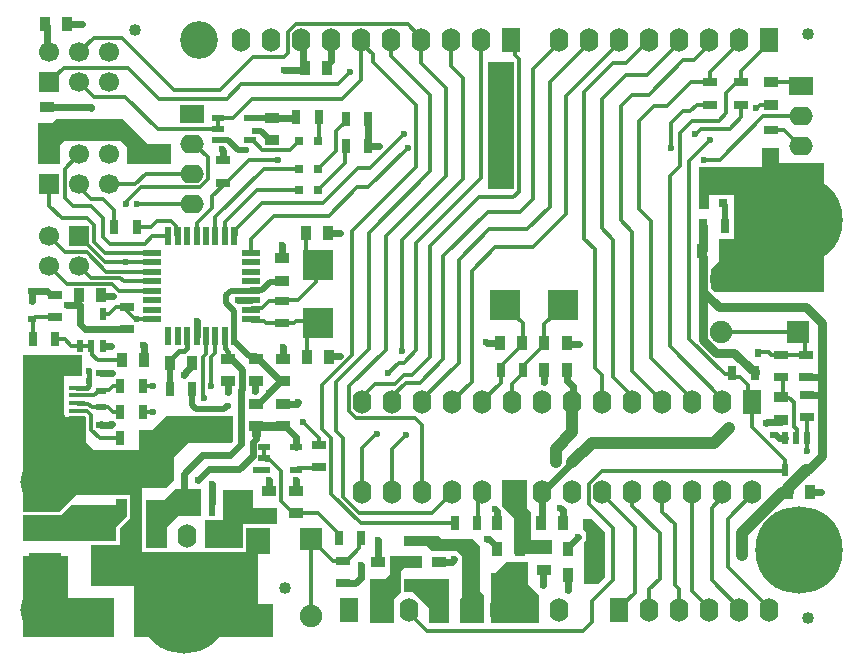
<source format=gtl>
G04*
G04 #@! TF.GenerationSoftware,Altium Limited,Altium Designer,21.6.4 (81)*
G04*
G04 Layer_Physical_Order=1*
G04 Layer_Color=255*
%FSLAX44Y44*%
%MOMM*%
G71*
G04*
G04 #@! TF.SameCoordinates,5A2D479A-7A81-4301-8FED-CA8905A59E07*
G04*
G04*
G04 #@! TF.FilePolarity,Positive*
G04*
G01*
G75*
%ADD11C,0.5000*%
%ADD12C,0.4000*%
%ADD13R,0.7000X1.3000*%
%ADD14R,1.3000X0.7000*%
%ADD15R,0.6858X0.5588*%
%ADD16R,0.5588X0.6858*%
%ADD17R,3.5000X2.2000*%
%ADD18R,0.6000X2.2000*%
%ADD19R,2.6000X2.5000*%
%ADD20R,2.5000X2.6000*%
%ADD21R,1.0000X0.5500*%
%ADD22R,0.5500X1.0000*%
%ADD23R,1.6000X3.0000*%
%ADD24R,2.7000X2.0000*%
%ADD25R,0.8000X0.8000*%
%ADD26R,1.3500X0.4000*%
%ADD27R,1.4000X1.6000*%
%ADD28R,1.9000X1.9000*%
%ADD29R,0.5500X1.5000*%
%ADD30R,1.5000X0.5500*%
%ADD31R,0.9000X0.6000*%
%ADD32R,0.9000X1.3000*%
%ADD33R,1.3000X0.9000*%
%ADD65C,1.9000*%
%ADD66R,1.9000X1.9000*%
%ADD68C,1.0160*%
%ADD69C,0.6000*%
%ADD70C,0.3000*%
%ADD71C,1.0000*%
%ADD72C,0.8000*%
%ADD73C,0.3810*%
%ADD74C,3.2000*%
%ADD75C,4.0000*%
%ADD76R,1.6000X2.0000*%
%ADD77O,1.6000X2.0000*%
%ADD78O,2.0000X1.6000*%
%ADD79R,2.0000X1.6000*%
%ADD80C,7.4000*%
%ADD81C,1.7000*%
%ADD82R,1.7000X1.7000*%
G04:AMPARAMS|DCode=83|XSize=2mm|YSize=1.2mm|CornerRadius=0.36mm|HoleSize=0mm|Usage=FLASHONLY|Rotation=0.000|XOffset=0mm|YOffset=0mm|HoleType=Round|Shape=RoundedRectangle|*
%AMROUNDEDRECTD83*
21,1,2.0000,0.4800,0,0,0.0*
21,1,1.2800,1.2000,0,0,0.0*
1,1,0.7200,0.6400,-0.2400*
1,1,0.7200,-0.6400,-0.2400*
1,1,0.7200,-0.6400,0.2400*
1,1,0.7200,0.6400,0.2400*
%
%ADD83ROUNDEDRECTD83*%
%ADD84C,0.6000*%
G36*
X109000Y420000D02*
X128000D01*
Y403000D01*
X91000D01*
Y418000D01*
X86000Y423000D01*
X38000D01*
X34000Y419000D01*
Y403000D01*
X16000D01*
Y438000D01*
X28000D01*
X31000Y441000D01*
Y441000D01*
X88000D01*
X109000Y420000D01*
D02*
G37*
G36*
X418412Y382000D02*
X397000D01*
Y490000D01*
X418412D01*
Y382000D01*
D02*
G37*
G36*
X643000Y404000D02*
X681000D01*
Y295000D01*
X588985D01*
X585810Y298174D01*
Y314810D01*
X592000Y321000D01*
Y340000D01*
X605000D01*
Y377000D01*
X584000D01*
Y365000D01*
X575000D01*
Y401000D01*
X629000D01*
Y417000D01*
X643000D01*
Y404000D01*
D02*
G37*
G36*
X91000Y105000D02*
X82000Y96000D01*
Y84000D01*
X3000D01*
Y106000D01*
X35000D01*
X44000Y115000D01*
X82000D01*
Y119263D01*
X91000Y119263D01*
Y105000D01*
D02*
G37*
G36*
X198000Y112000D02*
X218000D01*
Y98598D01*
X189000D01*
Y78000D01*
X157000D01*
Y102000D01*
X172000D01*
Y127316D01*
X198000D01*
Y112000D01*
D02*
G37*
G36*
X154000Y105000D02*
X134000D01*
X125000Y96000D01*
Y78000D01*
X107000D01*
Y119000D01*
X123000D01*
X132000Y128000D01*
X154000D01*
Y105000D01*
D02*
G37*
G36*
X430000Y112000D02*
X433000Y109000D01*
Y85000D01*
X451000D01*
Y73000D01*
X419000D01*
Y103000D01*
X410212Y111788D01*
X410152Y112091D01*
X409000Y113815D01*
Y136000D01*
X430000D01*
Y112000D01*
D02*
G37*
G36*
X496000Y92000D02*
Y54000D01*
X490000Y48000D01*
X478000D01*
Y83000D01*
X480000Y85000D01*
Y91000D01*
X477000Y94000D01*
Y103000D01*
X485000D01*
X496000Y92000D01*
D02*
G37*
G36*
X431000Y47000D02*
X440000Y38000D01*
Y15000D01*
X399000D01*
X398983Y15017D01*
Y56512D01*
X399000Y57000D01*
X403000D01*
X412000Y66000D01*
X431000D01*
Y47000D01*
D02*
G37*
G36*
X357000Y86000D02*
X384000D01*
X390000Y80000D01*
Y41000D01*
X393000Y38000D01*
Y15000D01*
X373000D01*
Y35000D01*
X375000Y37000D01*
Y71000D01*
X370000Y76000D01*
X349000D01*
X345000Y80000D01*
X326000D01*
Y88000D01*
X355000D01*
X357000Y86000D01*
D02*
G37*
G36*
X364000Y15000D02*
X347000D01*
X347000Y27000D01*
X333000Y41000D01*
X326059D01*
X326059Y41000D01*
Y52000D01*
X364000D01*
Y15000D01*
D02*
G37*
G36*
X341000Y61000D02*
X326000D01*
X323000Y58000D01*
Y41000D01*
X317000Y35000D01*
Y15000D01*
X297000D01*
Y52000D01*
X310000D01*
X314000Y56000D01*
Y71000D01*
X341000D01*
Y61000D01*
D02*
G37*
G36*
X45750Y241500D02*
X53000D01*
Y224000D01*
X38000D01*
Y191000D01*
X38995D01*
Y189500D01*
X55761D01*
X56000Y189261D01*
Y168000D01*
X63000Y161000D01*
X101000D01*
Y178000D01*
X112000D01*
X124000Y190000D01*
X181000D01*
Y168652D01*
X179349Y167000D01*
X143000D01*
X131000Y155000D01*
Y136000D01*
X124000Y129000D01*
X104000D01*
Y119296D01*
X103941Y119000D01*
Y78000D01*
X104000Y77705D01*
Y75000D01*
X106705D01*
X107000Y74941D01*
X125000D01*
X125295Y75000D01*
X140879D01*
X141600Y74905D01*
X142321Y75000D01*
X156705D01*
X157000Y74941D01*
X166725D01*
X167000Y74905D01*
X167274Y74941D01*
X189000D01*
X189296Y75000D01*
X192000D01*
Y77705D01*
X192059Y78000D01*
Y95000D01*
X212000D01*
Y73000D01*
X202000D01*
Y31000D01*
X215000D01*
Y3000D01*
X97000D01*
Y46000D01*
X61000D01*
Y80941D01*
X82000D01*
X82295Y81000D01*
X85000D01*
Y83705D01*
X85059Y84000D01*
Y94733D01*
X93163Y102837D01*
X93819Y103819D01*
X94000Y104000D01*
Y104704D01*
X94059Y105000D01*
X94059Y105000D01*
Y119263D01*
X94000Y119558D01*
Y123000D01*
X48000D01*
X42819Y117819D01*
X41837Y117163D01*
X41837Y117163D01*
X33733Y109059D01*
X3000D01*
Y242000D01*
X45750D01*
Y241500D01*
D02*
G37*
G36*
X41000Y36000D02*
X80000D01*
Y3000D01*
X3000D01*
Y71000D01*
X41000D01*
Y36000D01*
D02*
G37*
D11*
X173354Y196000D02*
X176063Y198709D01*
X176334D01*
X149429Y196000D02*
X173354D01*
X146500Y198929D02*
Y213000D01*
Y198929D02*
X149429Y196000D01*
X597250Y365250D02*
Y368500D01*
Y365250D02*
X597500Y365000D01*
X595750Y370000D02*
X597250Y368500D01*
X597500Y351000D02*
Y365000D01*
X195500Y442500D02*
X214000D01*
X204441Y431059D02*
X212000Y423500D01*
X199691Y431059D02*
X204441D01*
X212000Y423500D02*
X214000D01*
X199500Y431250D02*
X199691Y431059D01*
X185059Y414941D02*
X192059D01*
X192250Y414750D01*
X168750Y423250D02*
X176750D01*
X168500Y423500D02*
X168750Y423250D01*
X176750D02*
X185059Y414941D01*
X200000Y240500D02*
X202000Y238500D01*
X182000Y253250D02*
Y258000D01*
Y253250D02*
X194750Y240500D01*
X200000D01*
X182000Y258000D02*
Y279000D01*
X175000Y286000D02*
X182000Y279000D01*
X175000Y286000D02*
Y292000D01*
X179000Y296000D02*
X196000D01*
X175000Y292000D02*
X179000Y296000D01*
X205250Y296250D02*
X212500Y303500D01*
X196000Y296000D02*
X196250Y296250D01*
X205250D01*
X221000Y303500D02*
X222000Y304500D01*
X212500Y303500D02*
X221000D01*
X200250Y144250D02*
X207250D01*
X127500Y213000D02*
Y235000D01*
D12*
X59125Y220125D02*
X59250Y220000D01*
X59125Y220125D02*
Y227875D01*
X59000Y228000D02*
X59125Y227875D01*
X58867Y219617D02*
X59250Y220000D01*
X48745Y214000D02*
X56907D01*
X58867Y215961D02*
Y219617D01*
X56907Y214000D02*
X58867Y215961D01*
X174000Y247250D02*
Y258000D01*
X142000Y247157D02*
Y258000D01*
X139547Y244703D02*
X142000Y247157D01*
X127500Y237000D02*
X135203Y244703D01*
X139547D01*
X142000Y258000D02*
X142000Y258000D01*
X174000Y247250D02*
X177000Y244250D01*
Y238500D02*
Y244250D01*
D13*
X253500Y443000D02*
D03*
X234500D02*
D03*
X578500Y351000D02*
D03*
X597500D02*
D03*
X295250Y441500D02*
D03*
X276250D02*
D03*
Y418500D02*
D03*
X295250D02*
D03*
X146500Y213000D02*
D03*
X127500D02*
D03*
X99500Y350000D02*
D03*
X80500D02*
D03*
X104500Y215000D02*
D03*
X85500D02*
D03*
Y193000D02*
D03*
X104500D02*
D03*
Y171000D02*
D03*
X85500D02*
D03*
X387500Y99250D02*
D03*
X368500D02*
D03*
X407500Y229000D02*
D03*
X426500D02*
D03*
X11500Y255000D02*
D03*
X30500D02*
D03*
X289500Y87000D02*
D03*
X270500D02*
D03*
X622500Y226000D02*
D03*
X603500D02*
D03*
D14*
X172000Y387500D02*
D03*
Y406500D02*
D03*
X222000Y268500D02*
D03*
Y287500D02*
D03*
X611000Y472500D02*
D03*
Y453500D02*
D03*
X585000D02*
D03*
Y472500D02*
D03*
X636000Y431750D02*
D03*
Y412750D02*
D03*
X333000Y83500D02*
D03*
Y64500D02*
D03*
Y45500D02*
D03*
Y64500D02*
D03*
X254000Y165500D02*
D03*
Y146500D02*
D03*
X644750Y222750D02*
D03*
Y241750D02*
D03*
X91000Y282500D02*
D03*
Y263500D02*
D03*
X30000Y273500D02*
D03*
Y292500D02*
D03*
X666750Y207750D02*
D03*
Y188750D02*
D03*
X274000Y67500D02*
D03*
Y48500D02*
D03*
X665750Y222750D02*
D03*
Y241750D02*
D03*
D15*
X11000Y296192D02*
D03*
Y271808D02*
D03*
D16*
X625192Y243500D02*
D03*
X600808D02*
D03*
D17*
X163000Y178250D02*
D03*
D18*
Y116250D02*
D03*
X150300D02*
D03*
X137600D02*
D03*
X188400D02*
D03*
X175700D02*
D03*
D19*
X253000Y268500D02*
D03*
Y317500D02*
D03*
D20*
X460500Y284000D02*
D03*
X411500D02*
D03*
D21*
X168500Y442500D02*
D03*
Y433000D02*
D03*
Y423500D02*
D03*
X195500Y442500D02*
D03*
Y423500D02*
D03*
X207500Y163500D02*
D03*
Y154000D02*
D03*
Y144500D02*
D03*
X234500Y163500D02*
D03*
Y144500D02*
D03*
D22*
X51500Y249500D02*
D03*
X61000D02*
D03*
X70500D02*
D03*
X51500Y276500D02*
D03*
X70500D02*
D03*
X667250Y171000D02*
D03*
X657750D02*
D03*
X648250D02*
D03*
X667250Y144000D02*
D03*
X648250D02*
D03*
D23*
X74000Y140500D02*
D03*
Y99500D02*
D03*
X72000Y61500D02*
D03*
Y20500D02*
D03*
D24*
X22000Y96000D02*
D03*
Y64000D02*
D03*
D25*
X237000Y423000D02*
D03*
X253000D02*
D03*
X579750Y370000D02*
D03*
X595750D02*
D03*
X237000Y399000D02*
D03*
X253000D02*
D03*
X237000Y381000D02*
D03*
X253000D02*
D03*
D26*
X48745Y188000D02*
D03*
Y194500D02*
D03*
Y201000D02*
D03*
Y207500D02*
D03*
Y214000D02*
D03*
D27*
X46495Y169000D02*
D03*
Y233000D02*
D03*
D28*
X21995Y189000D02*
D03*
Y213000D02*
D03*
X247000Y86000D02*
D03*
D29*
X182000Y258000D02*
D03*
X174000D02*
D03*
X166000D02*
D03*
X158000D02*
D03*
X150000D02*
D03*
X142000D02*
D03*
X134000D02*
D03*
X126000D02*
D03*
Y342000D02*
D03*
X134000D02*
D03*
X142000D02*
D03*
X150000D02*
D03*
X166000D02*
D03*
X174000D02*
D03*
X182000D02*
D03*
X158000D02*
D03*
D30*
X112000Y272000D02*
D03*
Y280000D02*
D03*
Y288000D02*
D03*
Y296000D02*
D03*
Y304000D02*
D03*
Y312000D02*
D03*
Y320000D02*
D03*
Y328000D02*
D03*
X196000D02*
D03*
Y320000D02*
D03*
Y312000D02*
D03*
Y304000D02*
D03*
Y296000D02*
D03*
Y288000D02*
D03*
Y280000D02*
D03*
Y272000D02*
D03*
D31*
X69000Y226500D02*
D03*
Y211500D02*
D03*
Y182500D02*
D03*
Y197500D02*
D03*
D32*
X403500Y50000D02*
D03*
X384500D02*
D03*
X597250Y330000D02*
D03*
X578250D02*
D03*
X146500Y235000D02*
D03*
X127500D02*
D03*
X261500Y345000D02*
D03*
X242500D02*
D03*
X262500Y240000D02*
D03*
X243500D02*
D03*
X40500Y522000D02*
D03*
X21500D02*
D03*
X464500Y77250D02*
D03*
X483500D02*
D03*
X444500Y229000D02*
D03*
X463500D02*
D03*
X260500Y485000D02*
D03*
X241500D02*
D03*
X404500Y77250D02*
D03*
X423500D02*
D03*
X404500Y99250D02*
D03*
X423500D02*
D03*
X460500D02*
D03*
X441500D02*
D03*
X406500Y252000D02*
D03*
X425500D02*
D03*
X463500D02*
D03*
X444500D02*
D03*
X69500Y292000D02*
D03*
X50500D02*
D03*
X669500Y126000D02*
D03*
X650500D02*
D03*
X105500Y237000D02*
D03*
X86500D02*
D03*
X464500Y55250D02*
D03*
X483500D02*
D03*
D33*
X304000Y66500D02*
D03*
Y47500D02*
D03*
X355000Y66500D02*
D03*
Y47500D02*
D03*
X214000Y423500D02*
D03*
Y442500D02*
D03*
X223000Y219500D02*
D03*
Y238500D02*
D03*
X200000Y238500D02*
D03*
Y219500D02*
D03*
X222000Y304500D02*
D03*
Y323500D02*
D03*
X177000Y219500D02*
D03*
Y238500D02*
D03*
X23000Y451250D02*
D03*
Y432250D02*
D03*
X636000Y453500D02*
D03*
Y472500D02*
D03*
X116000Y133500D02*
D03*
Y114500D02*
D03*
X211000Y107500D02*
D03*
Y126500D02*
D03*
X223000Y200500D02*
D03*
Y181500D02*
D03*
X234000Y126500D02*
D03*
Y107500D02*
D03*
X644750Y186750D02*
D03*
Y205750D02*
D03*
X200000Y181500D02*
D03*
Y200500D02*
D03*
X444000Y59750D02*
D03*
Y78750D02*
D03*
D65*
X202000Y86000D02*
D03*
Y21000D02*
D03*
X247000D02*
D03*
X594250Y261000D02*
D03*
Y306000D02*
D03*
X659250D02*
D03*
D66*
Y261000D02*
D03*
D68*
X225000Y44000D02*
D03*
X668000Y19000D02*
D03*
Y513000D02*
D03*
X98000Y517000D02*
D03*
D69*
X274000Y48500D02*
X284500D01*
X60750Y451250D02*
X61000Y451000D01*
X23000Y451250D02*
X60750D01*
X234500Y163500D02*
Y172000D01*
X223000Y181500D02*
X223000Y181500D01*
X225000D02*
X234500Y172000D01*
X395553Y252000D02*
X406500D01*
X395295Y252258D02*
X395553Y252000D01*
X645250Y185250D02*
X646750Y186750D01*
X633250Y185250D02*
X645250D01*
X40500Y284250D02*
X51000D01*
X667750Y222750D02*
X679000D01*
X668750Y207750D02*
X679000D01*
X632000Y184000D02*
X633250Y185250D01*
X643517Y171000D02*
X648250D01*
X443122Y125730D02*
X468196Y150804D01*
X442850Y125730D02*
X443122D01*
X202000Y200500D02*
X211000Y209500D01*
X211250D01*
X200000Y200500D02*
X202000D01*
X211250Y209750D02*
X221000Y219500D01*
X223000D01*
X211250Y209500D02*
Y209750D01*
X202000Y238500D02*
X219500Y221000D01*
X219500D01*
X221000Y219500D01*
X200000Y238500D02*
X202000D01*
X160500Y145000D02*
X186000D01*
X139000Y141000D02*
X155000Y157000D01*
X178000D01*
X151000Y135500D02*
X160500Y145000D01*
X139000Y121953D02*
Y141000D01*
X178000Y157000D02*
X187500Y166500D01*
Y211929D01*
X188500Y212929D02*
Y229000D01*
X180500Y237000D02*
X188500Y229000D01*
X187500Y211929D02*
X188500Y212929D01*
X178500Y237000D02*
X180500D01*
X177000Y238500D02*
X178500Y237000D01*
X137600Y116250D02*
Y117000D01*
Y115500D02*
Y116250D01*
X197500Y156500D02*
Y168321D01*
X186000Y145000D02*
X197500Y156500D01*
Y168321D02*
X200000Y170821D01*
Y174000D01*
X69000Y182500D02*
X77191D01*
X78083Y183392D01*
X69000Y182500D02*
X69494Y182994D01*
X69750Y291750D02*
X79000D01*
X69500Y292000D02*
X69750Y291750D01*
X444000Y218750D02*
X444250Y219000D01*
Y228750D02*
X444500Y229000D01*
X444250Y219000D02*
Y228750D01*
X463500Y252000D02*
X464250Y251250D01*
X473750D01*
X105000Y250000D02*
X105250Y249750D01*
Y237250D02*
X105500Y237000D01*
X105250Y237250D02*
Y249750D01*
X139500Y225000D02*
X139883Y225383D01*
X146500Y233000D02*
Y235000D01*
X139883Y226383D02*
X146500Y233000D01*
X139883Y225383D02*
Y226383D01*
X150000Y258000D02*
Y270000D01*
X150000Y258000D02*
X150000Y258000D01*
X176750Y219250D02*
X177000Y219500D01*
X176750Y210500D02*
Y219250D01*
X199500Y219000D02*
X200000Y219500D01*
X199500Y211000D02*
Y219000D01*
X235250Y200500D02*
X236250Y201500D01*
X223000Y200500D02*
X235250D01*
X262500Y240000D02*
X263250Y240750D01*
X271750D01*
X223250Y238750D02*
Y248500D01*
X223000Y238500D02*
X223250Y238750D01*
X184750Y287750D02*
X185000Y288000D01*
X196000D01*
X222000Y323500D02*
Y334750D01*
X261500Y345000D02*
X271750D01*
X260500Y485000D02*
Y487000D01*
X264160Y490660D02*
Y508000D01*
X260500Y487000D02*
X264160Y490660D01*
X40500Y522000D02*
X40795Y521705D01*
X53132D01*
X640767Y173750D02*
X643517Y171000D01*
X640250Y173750D02*
X640767D01*
X669500Y126000D02*
X679000D01*
X464500Y77250D02*
Y79250D01*
X472750Y87500D01*
Y87500D01*
X460500Y99250D02*
Y110000D01*
X457750Y112000D02*
X458750Y111000D01*
X459500D01*
X460500Y110000D01*
X395500Y86000D02*
X397750D01*
X404500Y77250D02*
Y79250D01*
X397750Y86000D02*
X404500Y79250D01*
X403000Y111250D02*
Y111500D01*
Y111250D02*
X404500Y109750D01*
Y99250D02*
Y109750D01*
X366250Y66500D02*
X368250Y68500D01*
X355000Y66500D02*
X366250D01*
X304000D02*
Y84750D01*
X234000Y126500D02*
X234250Y126750D01*
Y135500D01*
X211000Y126500D02*
X211250Y126750D01*
Y135500D01*
X163000Y116250D02*
Y132750D01*
X77250Y249500D02*
X77500Y249250D01*
X70500Y249500D02*
X77250D01*
X69000Y226500D02*
X69125Y226625D01*
X77875D01*
X78000Y226750D01*
X23450Y499790D02*
X25400Y497840D01*
X21500Y522000D02*
X23450Y520050D01*
Y499790D02*
Y520050D01*
X304772Y418500D02*
X304826Y418446D01*
X295250Y418500D02*
X304772D01*
X295250D02*
Y441500D01*
X226250Y442500D02*
X234000D01*
X234500Y443000D01*
X214000Y442500D02*
X226250D01*
X171285Y415189D02*
X172000Y414475D01*
Y406500D02*
Y414475D01*
X171285Y415189D02*
Y415731D01*
X11000Y287250D02*
Y296192D01*
X23308D02*
X27000Y292500D01*
X11000Y296192D02*
X23308D01*
X27000Y292500D02*
X30000D01*
X51000Y277000D02*
Y284250D01*
Y277000D02*
X51500Y276500D01*
Y267750D02*
Y276500D01*
X55750Y263500D02*
X91000D01*
X51500Y267750D02*
X55750Y263500D01*
X223000Y181500D02*
X225000D01*
X289000Y53000D02*
Y63250D01*
X289250Y63500D01*
X284500Y48500D02*
X289000Y53000D01*
X443500Y47250D02*
Y59250D01*
X444000Y59750D01*
X464500Y42250D02*
Y55250D01*
X464500Y55250D01*
X127500Y235000D02*
Y237000D01*
Y235000D02*
X127500Y235000D01*
X468250Y201930D02*
X468500Y202180D01*
X464000Y219500D02*
X468500Y215000D01*
Y202180D02*
Y215000D01*
X463500Y229000D02*
X464000Y228500D01*
Y219500D02*
Y228500D01*
X116000Y88200D02*
X116200Y88000D01*
X223750Y483250D02*
X239750D01*
X241500Y485000D01*
X240130Y486370D02*
Y506630D01*
Y486370D02*
X241500Y485000D01*
X238760Y508000D02*
X240130Y506630D01*
X441500Y99250D02*
X442175Y99925D01*
Y125055D01*
D70*
X419743Y495257D02*
Y504817D01*
Y495257D02*
X423000Y492000D01*
X416560Y508000D02*
X419743Y504817D01*
X423000Y380000D02*
Y492000D01*
X418000Y375000D02*
X423000Y380000D01*
X424000Y363000D02*
X435000Y374000D01*
Y483800D01*
X397000Y363000D02*
X424000D01*
X389000Y375000D02*
X418000D01*
X348000Y334000D02*
X389000Y375000D01*
X503000Y223000D02*
X519050Y206950D01*
X493000Y349000D02*
X503000Y339000D01*
Y223000D02*
Y339000D01*
X509000Y356000D02*
X519000Y346000D01*
Y228000D02*
Y346000D01*
Y228000D02*
X544450Y202550D01*
X348000Y397000D02*
Y462000D01*
X296000Y345000D02*
X348000Y397000D01*
X314960Y495040D02*
X348000Y462000D01*
X361000Y393000D02*
Y468000D01*
X340360Y488640D02*
X361000Y468000D01*
X310000Y342000D02*
X361000Y393000D01*
X299000Y490000D02*
Y496560D01*
Y490000D02*
X335500Y453500D01*
Y400500D02*
Y453500D01*
X314960Y495040D02*
Y508000D01*
X340360Y488640D02*
Y510000D01*
X376000Y391000D02*
Y476000D01*
X365760Y486240D02*
X376000Y476000D01*
X365760Y486240D02*
Y508000D01*
X324000Y339000D02*
X376000Y391000D01*
X478000Y340000D02*
Y464000D01*
X503000Y489000D01*
X478000Y340000D02*
X487000Y331000D01*
X463000Y461000D02*
X508000Y506000D01*
X435000Y333000D02*
X463000Y361000D01*
Y461000D01*
X435000Y483800D02*
X457200Y506000D01*
X449000Y472400D02*
X482600Y506000D01*
X430000Y348000D02*
X449000Y367000D01*
Y472400D01*
X493000Y349000D02*
Y458000D01*
X514000Y479000D01*
X509000Y452000D02*
X519000Y462000D01*
X509000Y356000D02*
Y452000D01*
X359000Y325000D02*
X397000Y363000D01*
X398000Y348000D02*
X430000D01*
X372000Y322000D02*
X398000Y348000D01*
X403000Y333000D02*
X435000D01*
X383000Y313000D02*
X403000Y333000D01*
X310000Y246000D02*
Y342000D01*
X278950Y214950D02*
X310000Y246000D01*
X268000Y219071D02*
X296000Y247071D01*
Y345000D01*
X256000Y215808D02*
X282000Y241808D01*
Y347000D02*
X335500Y400500D01*
X282000Y241808D02*
Y347000D01*
X324000Y245000D02*
Y339000D01*
X372000Y234680D02*
Y322000D01*
X348000Y240000D02*
Y334000D01*
X336000Y336071D02*
X391160Y391231D01*
X336000Y245500D02*
Y336071D01*
X325500Y235000D02*
X336000Y245500D01*
X332500Y224500D02*
X348000Y240000D01*
X339000Y218000D02*
X359000Y238000D01*
Y325000D01*
X341250Y203930D02*
X372000Y234680D01*
X383000Y219000D02*
Y313000D01*
X366650Y202650D02*
X383000Y219000D01*
X312000Y226000D02*
X321000Y235000D01*
X325500D01*
X391160Y391231D02*
Y508000D01*
X300975Y216975D02*
X317975D01*
X290450Y206450D02*
X300975Y216975D01*
X290450Y201930D02*
Y206450D01*
X317975Y216975D02*
X325500Y224500D01*
X332500D01*
X327000Y218000D02*
X339000D01*
X315850Y206850D02*
X327000Y218000D01*
X278950Y194250D02*
Y214950D01*
X268000Y177200D02*
Y219071D01*
X256000Y179000D02*
Y215808D01*
X315850Y201930D02*
Y206850D01*
X457200Y506000D02*
Y508000D01*
X503000Y489000D02*
X514000D01*
X341250Y201930D02*
Y203930D01*
X482600Y506000D02*
Y508000D01*
X533000D02*
X533400D01*
X514000Y489000D02*
X533000Y508000D01*
X273950Y121550D02*
Y171250D01*
X268000Y177200D02*
X273950Y171250D01*
X256000Y179000D02*
X264000Y171000D01*
Y124250D02*
Y171000D01*
X284770Y188430D02*
X334820D01*
X278950Y194250D02*
X284770Y188430D01*
X289560Y506000D02*
X299000Y496560D01*
X295500Y383500D02*
X329000Y417000D01*
X286250Y383500D02*
X295500D01*
X297000Y400000D02*
X326000Y429000D01*
X262000Y359250D02*
X286250Y383500D01*
X215250Y359250D02*
X262000D01*
X287000Y400000D02*
X297000D01*
X289000Y99250D02*
X368500D01*
X264000Y124250D02*
X289000Y99250D01*
X273950Y121550D02*
X287750Y107750D01*
X240000Y185000D02*
X254000Y171000D01*
Y165500D02*
Y171000D01*
X580000Y407000D02*
X593000D01*
X629600Y443600D02*
X662000D01*
X593000Y407000D02*
X629600Y443600D01*
X552000Y417000D02*
Y438000D01*
X568000Y448000D02*
X573500Y453500D01*
X585000D01*
X552000Y438000D02*
X562000Y448000D01*
X568000D01*
X559500Y402000D02*
Y429500D01*
X551000Y249000D02*
X595250Y204750D01*
X551000Y249000D02*
Y393500D01*
X559500Y402000D01*
X567000Y255500D02*
X597192Y225308D01*
X567000Y406000D02*
X585000Y424000D01*
X567000Y255500D02*
Y406000D01*
X535000Y238780D02*
Y355000D01*
Y238780D02*
X569850Y203930D01*
Y201930D02*
Y203930D01*
X595250Y201930D02*
Y204750D01*
X525000Y365000D02*
X535000Y355000D01*
X537000Y452000D02*
X548000D01*
X525000Y440000D02*
X537000Y452000D01*
X525000Y365000D02*
Y440000D01*
X548000Y452000D02*
X568500Y472500D01*
X585000D01*
X519050Y201930D02*
Y206950D01*
X544450Y201930D02*
Y202550D01*
X533000Y462000D02*
X562000Y491000D01*
X519000Y462000D02*
X533000D01*
X562000Y491000D02*
X571000D01*
X584200Y504200D02*
Y508000D01*
X571000Y491000D02*
X584200Y504200D01*
X514000Y479000D02*
X531800D01*
X558800Y506000D01*
Y508000D01*
X487000Y231000D02*
Y331000D01*
Y231000D02*
X493650Y224350D01*
Y201930D02*
Y224350D01*
X366650Y201930D02*
Y202650D01*
X392050Y202550D02*
X407500Y218000D01*
X392050Y201930D02*
Y202550D01*
X407500Y218000D02*
Y232000D01*
X508000Y506000D02*
Y508000D01*
X600000Y103080D02*
X620650Y123730D01*
X600000Y62400D02*
X635000Y27400D01*
X600000Y62400D02*
Y103080D01*
X597192Y225308D02*
X602750D01*
X667250Y160250D02*
Y186750D01*
X667500Y187000D02*
X670500D01*
X667250Y186750D02*
X667500Y187000D01*
X620650Y180350D02*
Y201930D01*
X648250Y143500D02*
Y152750D01*
X620650Y180350D02*
X648250Y152750D01*
X493157Y143500D02*
X648250D01*
X658000Y171250D02*
Y179000D01*
X657750Y171000D02*
X658000Y171250D01*
X656000Y181000D02*
X658000Y179000D01*
X656000Y181000D02*
Y201500D01*
X652000Y205500D02*
X656000Y201500D01*
X635000Y25400D02*
Y27400D01*
X620650Y123730D02*
Y125730D01*
X586000Y51000D02*
Y112000D01*
X609600Y25400D02*
Y27400D01*
X586000Y51000D02*
X609600Y27400D01*
X595250Y121250D02*
Y125730D01*
X586000Y112000D02*
X595250Y121250D01*
X584200Y25400D02*
Y27800D01*
X569850Y42150D02*
Y125730D01*
Y42150D02*
X584200Y27800D01*
X555000Y47000D02*
X558800Y43200D01*
Y25400D02*
Y43200D01*
X544450Y109000D02*
Y125730D01*
X555000Y47000D02*
Y98450D01*
X544450Y109000D02*
X555000Y98450D01*
X519050Y114000D02*
Y125730D01*
X542000Y52000D02*
Y91050D01*
X519050Y114000D02*
X542000Y91050D01*
X533400Y43400D02*
X542000Y52000D01*
X521000Y40400D02*
Y96380D01*
X508000Y27400D02*
X521000Y40400D01*
X493650Y123730D02*
X521000Y96380D01*
X482150Y115850D02*
X503000Y95000D01*
X484500Y33000D02*
X503000Y51500D01*
Y95000D01*
X533400Y25400D02*
Y43400D01*
X508000Y25400D02*
Y27400D01*
X493650Y123730D02*
Y125730D01*
X482150Y115850D02*
Y132493D01*
X493157Y143500D01*
X40000Y302000D02*
X78000D01*
X84000Y296000D02*
X112000D01*
X78000Y302000D02*
X84000Y296000D01*
X38800Y374700D02*
X45500Y368000D01*
X61000D01*
X71000Y358000D01*
Y341500D02*
Y358000D01*
Y341500D02*
X76750Y335750D01*
X80500Y350000D02*
Y364500D01*
X50800Y384200D02*
Y386080D01*
Y384200D02*
X61000Y374000D01*
X71000D01*
X80500Y364500D01*
X150000Y353000D02*
X163000Y366000D01*
X150000Y342000D02*
Y353000D01*
X163000Y366000D02*
Y376000D01*
X194500Y407000D02*
X218750D01*
X172000Y385000D02*
X172000D01*
X175000Y387500D02*
X194500Y407000D01*
X172000Y387500D02*
X175000D01*
X166000Y358071D02*
X206929Y399000D01*
X237000D01*
X172000Y385000D02*
Y387500D01*
X163000Y376000D02*
X172000Y385000D01*
X166000Y342000D02*
Y358071D01*
X174000Y354000D02*
X201000Y381000D01*
X174000Y342000D02*
Y354000D01*
X201000Y381000D02*
X237000D01*
X196000Y340000D02*
X215250Y359250D01*
X196000Y328000D02*
Y340000D01*
X183250Y343250D02*
Y348250D01*
X205000Y370000D02*
X257000D01*
X182000Y342000D02*
X183250Y343250D01*
Y348250D02*
X205000Y370000D01*
X257000D02*
X287000Y400000D01*
X253000Y381000D02*
X276000Y404000D01*
Y415250D01*
X274250Y436500D02*
X276000Y438250D01*
X268000Y431000D02*
X273500Y436500D01*
X276000Y438250D02*
Y441250D01*
X273500Y436500D02*
X274250D01*
X253000Y399000D02*
X268000Y414000D01*
Y431000D01*
X89560Y460440D02*
X117000Y433000D01*
X62800Y460440D02*
X89560D01*
X117000Y433000D02*
X168500D01*
X50800Y472440D02*
X62800Y460440D01*
X181000Y442000D02*
X197000Y458000D01*
X273250D01*
X168500Y442500D02*
X169000Y442000D01*
X181000D01*
X118000Y458750D02*
X175750D01*
X188000Y471000D02*
X269500D01*
X175750Y458750D02*
X188000Y471000D01*
X269500D02*
X280000Y481500D01*
X197500Y493500D02*
X223750D01*
X130990Y466011D02*
X170011D01*
X197500Y493500D01*
X87160Y509840D02*
X130990Y466011D01*
X62800Y509840D02*
X87160D01*
X50800Y497840D02*
X62800Y509840D01*
X162000Y215000D02*
Y239500D01*
X166000Y243500D01*
X155500Y205500D02*
Y240071D01*
X158250Y242821D01*
X155500Y205500D02*
X156000Y205000D01*
X559500Y429500D02*
X569750Y439750D01*
X592000D01*
X598375Y446125D01*
X572812Y429000D02*
X577062Y433250D01*
X601250D01*
X572000Y429000D02*
X572812D01*
X598375Y446125D02*
X598500D01*
Y463000D01*
X608000Y472500D01*
X601250Y433250D02*
X611000Y443000D01*
X61000Y178050D02*
X68050Y171000D01*
X85500D01*
X48745Y194500D02*
X57250D01*
X58321Y200500D02*
X61321Y197500D01*
X61000Y178050D02*
Y190750D01*
X61321Y197500D02*
X69000D01*
X48745Y201000D02*
X49245Y200500D01*
X58321D01*
X57250Y194500D02*
X61000Y190750D01*
X48745Y194500D02*
X48745Y194500D01*
X650000Y241500D02*
X667750D01*
X665500Y243750D02*
X667750Y241500D01*
X665500Y243750D02*
Y255000D01*
X659250Y261250D02*
X665500Y255000D01*
X594250Y261250D02*
X659250D01*
X609743Y222558D02*
X616500Y215800D01*
X603500Y226000D02*
X605500Y224000D01*
Y222558D02*
Y224000D01*
Y222558D02*
X609743D01*
X634250Y244250D02*
X636750Y241750D01*
X627942Y244250D02*
X634250D01*
X636750Y241750D02*
X646750D01*
Y205750D02*
Y222750D01*
X616500Y206080D02*
X620650Y201930D01*
X616500Y206080D02*
Y215800D01*
X72800Y320000D02*
X112000D01*
X90250Y369250D02*
Y371000D01*
X102950Y383700D01*
X152763D01*
X159500Y390437D01*
Y409100D01*
X148000Y420600D02*
X159500Y409100D01*
X146000Y420600D02*
X148000D01*
X99250Y272000D02*
X112000D01*
X99250Y369750D02*
X99300Y369800D01*
X146000D01*
X79250Y193000D02*
X85500D01*
X75000Y197250D02*
X79250Y193000D01*
X69250Y197250D02*
X75000D01*
X69000Y197500D02*
X69250Y197250D01*
X234500Y144500D02*
X235500Y145500D01*
X253000D01*
X254000Y146500D01*
X207500Y154000D02*
Y163500D01*
Y154000D02*
X208750Y152750D01*
X211950D02*
X221475Y143225D01*
X208750Y152750D02*
X211950D01*
X221475Y118025D02*
Y143225D01*
Y118025D02*
X232000Y107500D01*
X234000D01*
X253000D02*
X270500Y90000D01*
Y87000D02*
Y90000D01*
X234000Y107500D02*
X253000D01*
X287500Y78000D02*
Y85000D01*
X289500Y87000D01*
X274000Y67500D02*
X277000D01*
X287500Y78000D01*
X247000Y21000D02*
Y86000D01*
X273750Y67250D02*
X274000Y67500D01*
X265750Y67250D02*
X273750D01*
X247000Y86000D02*
X265750Y67250D01*
X387500Y99250D02*
X388000Y99750D01*
X392050Y120212D02*
Y125730D01*
X388000Y116162D02*
X392050Y120212D01*
X388000Y99750D02*
Y116162D01*
X48745Y207500D02*
X63500D01*
X67000Y211000D01*
X68000D01*
X166000Y243500D02*
Y258000D01*
X158250Y242821D02*
Y257750D01*
X158000Y258000D02*
X158250Y257750D01*
X104750Y193000D02*
X113000D01*
X104750Y215250D02*
X113000D01*
X104500Y215000D02*
X104750Y215250D01*
X69000Y211500D02*
X69682Y212182D01*
X76182D01*
X85243Y215257D02*
X85500Y215000D01*
X79257Y215257D02*
X85243D01*
X76182Y212182D02*
X79257Y215257D01*
X68000Y211000D02*
X68250Y210750D01*
X30500Y255000D02*
X38500D01*
X44000Y249500D01*
X51500D01*
X61000D01*
X61500Y242000D02*
Y249000D01*
X61000Y249500D02*
X61500Y249000D01*
X66500Y237000D02*
X86500D01*
X61500Y242000D02*
X66500Y237000D01*
X11385Y271558D02*
X13327Y273500D01*
X30000D01*
X11250Y271558D02*
X11385D01*
X11250Y255250D02*
Y271558D01*
Y255250D02*
X11500Y255000D01*
X70500Y276500D02*
X70750Y276250D01*
X75500D01*
X81750Y282500D02*
X91000D01*
X75500Y276250D02*
X81750Y282500D01*
X91000D02*
X91250Y282250D01*
Y278500D02*
Y282250D01*
Y278500D02*
X97750Y272000D01*
X243500Y240000D02*
Y259000D01*
X253000Y268500D01*
X251000Y270500D02*
X253000Y268500D01*
X234250Y270500D02*
X251000D01*
X222000Y268500D02*
X232250D01*
X234250Y270500D01*
X206750Y270750D02*
X207994Y269506D01*
X209000Y268500D02*
X222000D01*
X207994Y269506D02*
X209000Y268500D01*
X196000Y272000D02*
X197250Y270750D01*
X206750D01*
X242500Y328000D02*
X253000Y317500D01*
X242500Y328000D02*
Y345000D01*
X197250Y281250D02*
X205250D01*
X196000Y280000D02*
X197250Y281250D01*
X222000Y287500D02*
X222993Y288493D01*
X205250Y281250D02*
X211500Y287500D01*
X222000D01*
X251250Y303500D02*
Y315750D01*
X253000Y317500D01*
X236243Y288493D02*
X251250Y303500D01*
X222993Y288493D02*
X236243D01*
X253250Y442750D02*
X253500Y443000D01*
X253000Y423000D02*
X253250Y423250D01*
Y442750D01*
X205750Y415500D02*
X229500D01*
X237000Y423000D01*
X195500Y423500D02*
X197750D01*
X205750Y415500D01*
X25400Y316600D02*
X40000Y302000D01*
X85250Y307000D02*
X88250Y304000D01*
X60400Y307000D02*
X85250D01*
X50800Y316600D02*
X60400Y307000D01*
X73729Y312000D02*
X112000D01*
X57129Y328600D02*
X73729Y312000D01*
X38800Y328600D02*
X57129D01*
X88250Y304000D02*
X112000D01*
X25400Y342000D02*
X38800Y328600D01*
X62800Y337450D02*
X72250Y328000D01*
X112000D01*
X62800Y337450D02*
Y351950D01*
X50800Y342000D02*
X72800Y320000D01*
X76750Y335750D02*
X106250D01*
X57500Y357250D02*
X62800Y351950D01*
X35750Y357250D02*
X57500D01*
X25400Y367600D02*
X35750Y357250D01*
X25400Y367600D02*
Y386080D01*
X116500Y355250D02*
X127950D01*
X99500Y350000D02*
X111250D01*
X116500Y355250D01*
X127950D02*
X132750Y350450D01*
Y343250D02*
X134000Y342000D01*
X132750Y343250D02*
Y350450D01*
X106250Y335750D02*
X112500Y342000D01*
X126000D01*
X38800Y374700D02*
Y399480D01*
X50800Y411480D01*
X97830Y386080D02*
X106950Y395200D01*
X146000D01*
X76200Y386080D02*
X97830D01*
X289560Y506000D02*
Y508000D01*
Y474310D02*
Y506000D01*
X273250Y458000D02*
X289560Y474310D01*
X92000Y484750D02*
X118000Y458750D01*
X223750Y493500D02*
X227260Y497010D01*
Y514763D01*
X168500Y433000D02*
Y442500D01*
X37710Y484750D02*
X92000D01*
X25400Y472440D02*
X37710Y484750D01*
X233997Y521500D02*
X328860D01*
X227260Y514763D02*
X233997Y521500D01*
X328860D02*
X340360Y510000D01*
X407500Y232000D02*
X425500Y250000D01*
Y252000D01*
X417450Y201930D02*
X417500Y201980D01*
Y217000D01*
X426500Y226000D02*
Y229000D01*
X417500Y217000D02*
X426500Y226000D01*
X444500Y250000D02*
Y252000D01*
X426500Y232000D02*
X444500Y250000D01*
X426500Y229000D02*
Y232000D01*
X444500Y267500D02*
X460500Y283500D01*
Y284000D01*
X444500Y252000D02*
Y267500D01*
X425500Y252000D02*
X426500Y253000D01*
X411500Y283500D02*
X426500Y268500D01*
Y253000D02*
Y268500D01*
X411500Y283500D02*
Y284000D01*
X650000Y205500D02*
X652000D01*
X636000Y431750D02*
X647000D01*
X660550Y418200D01*
X662000D01*
X658500Y472500D02*
X662000Y469000D01*
X636000Y472500D02*
X658500D01*
X484500Y15750D02*
Y33000D01*
X477000Y8250D02*
X484500Y15750D01*
X345350Y8250D02*
X477000D01*
X330200Y23400D02*
X345350Y8250D01*
X330200Y23400D02*
Y25400D01*
X611000Y443000D02*
Y453500D01*
X626643D02*
X636000D01*
X624143Y451000D02*
X626643Y453500D01*
X623500Y451000D02*
X624143D01*
X315850Y125730D02*
Y161850D01*
X327500Y173500D01*
X334820Y188430D02*
X341250Y182000D01*
Y125730D02*
Y182000D01*
X302250Y174500D02*
X302500D01*
X290450Y162700D02*
X302250Y174500D01*
X290450Y125730D02*
Y162700D01*
X349750Y107750D02*
X366650Y124650D01*
X287750Y107750D02*
X349750D01*
X366650Y124650D02*
Y125730D01*
X611000Y472500D02*
Y482000D01*
X635000Y506000D02*
Y508000D01*
X611000Y482000D02*
X635000Y506000D01*
X608000Y472500D02*
X611000D01*
X585000D02*
Y481400D01*
X609600Y506000D01*
Y508000D01*
D71*
X484392Y167000D02*
X588000D01*
X468196Y150804D02*
X484392Y167000D01*
X588000D02*
X601000Y180000D01*
X612000Y91000D02*
X645500Y124500D01*
X612000Y72000D02*
Y91000D01*
X650500Y126000D02*
Y128601D01*
X665900Y144000D01*
X454250Y151000D02*
Y162000D01*
X468250Y176000D01*
Y201930D01*
D72*
X578250Y330000D02*
X578375Y330125D01*
Y350875D02*
X578500Y351000D01*
X578375Y330125D02*
Y350875D01*
X679250Y155750D02*
Y207750D01*
Y155750D02*
Y268485D01*
X578750Y295250D02*
Y324157D01*
Y295250D02*
X592000Y282000D01*
X665735D01*
X679250Y268485D01*
X578750Y254580D02*
Y295250D01*
X622000Y228500D02*
X622500Y228000D01*
Y226000D02*
Y228000D01*
X600808Y243500D02*
X605000D01*
X620000Y228500D01*
X622000D01*
X589830Y243500D02*
X600808D01*
X578750Y254580D02*
X589830Y243500D01*
X667500Y144000D02*
X679250Y155750D01*
X667250Y144000D02*
X667500D01*
X200000Y181500D02*
X223000D01*
X200000Y174000D02*
Y181500D01*
D73*
X68250Y210750D02*
X69000Y211500D01*
D74*
X152400Y508000D02*
D03*
D75*
X21000Y26000D02*
D03*
Y134000D02*
D03*
D76*
X416560Y508000D02*
D03*
X279400Y25400D02*
D03*
X635000Y508000D02*
D03*
X508000Y25400D02*
D03*
X116200Y88000D02*
D03*
X620650Y201930D02*
D03*
D77*
X391160Y508000D02*
D03*
X365760D02*
D03*
X340360D02*
D03*
X314960D02*
D03*
X289560D02*
D03*
X264160D02*
D03*
X238760D02*
D03*
X213360D02*
D03*
X187960D02*
D03*
X304800Y25400D02*
D03*
X330200D02*
D03*
X355600D02*
D03*
X381000D02*
D03*
X406400D02*
D03*
X431800D02*
D03*
X457200D02*
D03*
X609600Y508000D02*
D03*
X584200D02*
D03*
X558800D02*
D03*
X533400D02*
D03*
X508000D02*
D03*
X482600D02*
D03*
X457200D02*
D03*
X635000Y25400D02*
D03*
X609600D02*
D03*
X584200D02*
D03*
X558800D02*
D03*
X533400D02*
D03*
X167000Y88000D02*
D03*
X141600D02*
D03*
X290450Y125730D02*
D03*
X315850D02*
D03*
X341250D02*
D03*
X366650D02*
D03*
X392050D02*
D03*
X417450D02*
D03*
X442850D02*
D03*
X468250D02*
D03*
X493650D02*
D03*
X519050D02*
D03*
X544450D02*
D03*
X569850D02*
D03*
X595250D02*
D03*
X620650D02*
D03*
X290450Y201930D02*
D03*
X315850D02*
D03*
X341250D02*
D03*
X366650D02*
D03*
X392050D02*
D03*
X417450D02*
D03*
X442850D02*
D03*
X468250D02*
D03*
X493650D02*
D03*
X519050D02*
D03*
X544450D02*
D03*
X569850D02*
D03*
X595250D02*
D03*
D78*
X146000Y369800D02*
D03*
Y395200D02*
D03*
Y420600D02*
D03*
X662000Y418200D02*
D03*
Y443600D02*
D03*
D79*
X146000Y446000D02*
D03*
X662000Y469000D02*
D03*
D80*
X139700Y25400D02*
D03*
X660400Y76200D02*
D03*
Y355600D02*
D03*
D81*
X76200Y411480D02*
D03*
X50800D02*
D03*
X25400D02*
D03*
X76200Y386080D02*
D03*
X50800D02*
D03*
X76200Y497840D02*
D03*
X50800D02*
D03*
X25400D02*
D03*
X76200Y472440D02*
D03*
X50800D02*
D03*
X25400Y316600D02*
D03*
X50800D02*
D03*
X25400Y342000D02*
D03*
D82*
Y386080D02*
D03*
Y472440D02*
D03*
X50800Y342000D02*
D03*
D83*
X21995Y168000D02*
D03*
Y234000D02*
D03*
D84*
X116000Y156000D02*
D03*
X108000D02*
D03*
X100000D02*
D03*
X108000Y148000D02*
D03*
X125000Y178000D02*
D03*
X142000Y172000D02*
D03*
Y179000D02*
D03*
Y186000D02*
D03*
X406000Y390000D02*
D03*
Y479000D02*
D03*
X413500D02*
D03*
Y486000D02*
D03*
X406000D02*
D03*
X413000Y390000D02*
D03*
Y397000D02*
D03*
X312000Y226000D02*
D03*
X579442Y382265D02*
D03*
Y389265D02*
D03*
X612000Y80000D02*
D03*
Y72000D02*
D03*
X632000Y184000D02*
D03*
X454250Y151000D02*
D03*
X413750Y62750D02*
D03*
X428000Y63000D02*
D03*
X326000Y67000D02*
D03*
X115785Y406096D02*
D03*
X116000Y414000D02*
D03*
X162000Y215000D02*
D03*
X156000Y205000D02*
D03*
X200000Y144000D02*
D03*
X585000Y424000D02*
D03*
X552000Y417000D02*
D03*
X601000Y180000D02*
D03*
X123000Y410000D02*
D03*
X667250Y160250D02*
D03*
X78083Y183392D02*
D03*
X79000Y291750D02*
D03*
X406000Y397000D02*
D03*
X481000Y100000D02*
D03*
X444000Y218750D02*
D03*
X473750Y251250D02*
D03*
X395295Y252258D02*
D03*
X579500Y396500D02*
D03*
X105000Y250000D02*
D03*
X139500Y225000D02*
D03*
X150000Y270000D02*
D03*
X176750Y210500D02*
D03*
X199500Y211000D02*
D03*
X236250Y201500D02*
D03*
X271750Y240750D02*
D03*
X223250Y248500D02*
D03*
X184750Y287750D02*
D03*
X222000Y334750D02*
D03*
X271750Y345000D02*
D03*
X199500Y431250D02*
D03*
X192250Y414750D02*
D03*
X61000Y451000D02*
D03*
X53132Y521705D02*
D03*
X638250Y173750D02*
D03*
X679000Y126000D02*
D03*
X472750Y87500D02*
D03*
X457750Y112000D02*
D03*
X420750Y62750D02*
D03*
X395500Y86000D02*
D03*
X403000Y111500D02*
D03*
X368250Y68500D02*
D03*
X304000Y84750D02*
D03*
X234250Y135500D02*
D03*
X211250D02*
D03*
X163000Y132750D02*
D03*
X77500Y249250D02*
D03*
X78000Y226750D02*
D03*
X304826Y418446D02*
D03*
X226250Y442500D02*
D03*
X171285Y415731D02*
D03*
X11000Y287250D02*
D03*
X40500Y284250D02*
D03*
X151000Y135500D02*
D03*
X289250Y63500D02*
D03*
X318750Y63250D02*
D03*
X443500Y47250D02*
D03*
X464500Y42250D02*
D03*
X90250Y320000D02*
D03*
Y369250D02*
D03*
X99250Y272000D02*
D03*
Y369750D02*
D03*
X240000Y185000D02*
D03*
X211250Y209500D02*
D03*
X176334Y198709D02*
D03*
X86250Y116250D02*
D03*
X86000Y106250D02*
D03*
X59000Y228000D02*
D03*
X59250Y220000D02*
D03*
X113000Y193000D02*
D03*
Y215250D02*
D03*
X280000Y481500D02*
D03*
X580000Y407000D02*
D03*
X223750Y483250D02*
D03*
X218750Y407000D02*
D03*
X329000Y417000D02*
D03*
X326000Y429000D02*
D03*
X572000D02*
D03*
X623500Y451000D02*
D03*
X324000Y245000D02*
D03*
X327500Y173500D02*
D03*
X302500Y174500D02*
D03*
M02*

</source>
